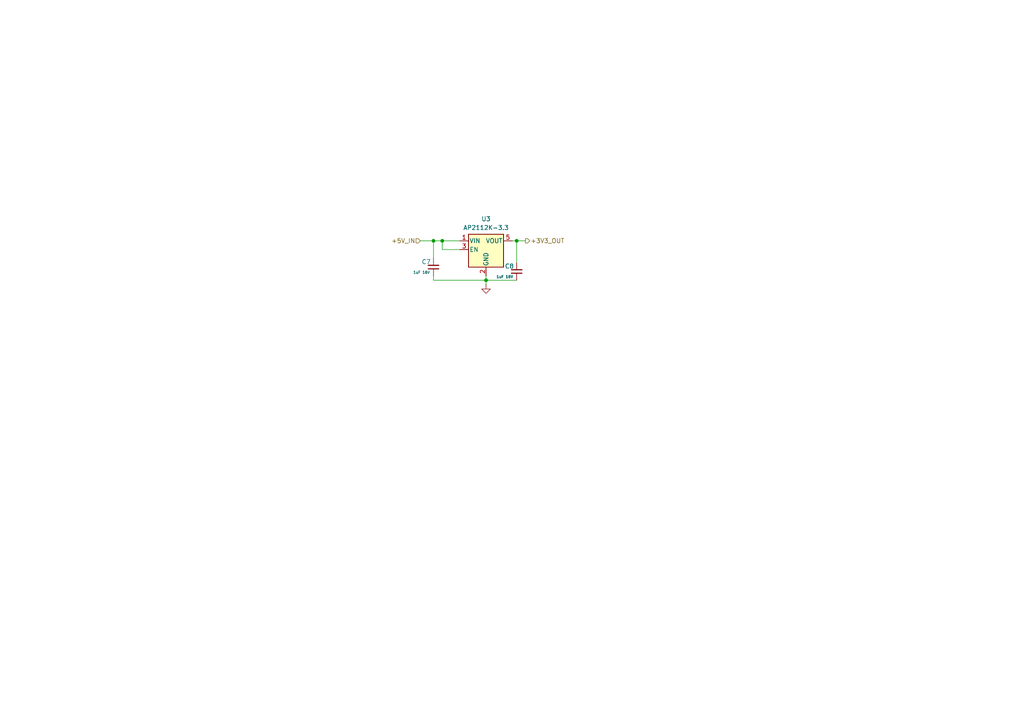
<source format=kicad_sch>
(kicad_sch (version 20250114) (generator "eeschema") (generator_version "9.0")
  (paper "A4")
  (lib_symbols
    (symbol "Device:C_Small" (pin_numbers (hide yes)) (pin_names (offset 0.254) (hide yes))
      (property "Reference" "C" (at 0.254 1.778 0))
      (property "Value" "C_Small" (at 0.254 -2.032 0))
      (symbol "C_Small_0_1"
        (polyline (pts (xy -1.524 0.508) (xy 1.524 0.508)) (stroke (width 0.3048)))
        (polyline (pts (xy -1.524 -0.508) (xy 1.524 -0.508)) (stroke (width 0.3302)))
      )
      (symbol "C_Small_1_1"
        (pin passive line (at 0 2.54 270) (length 2.032) (name "~") (number "1"))
        (pin passive line (at 0 -2.54 90) (length 2.032) (name "~") (number "2"))
      )
    )
    (symbol "Regulator_Linear:AP2112K-3.3" (pin_names (offset 0.254))
      (property "Reference" "U" (at -5.08 5.715 0))
      (property "Value" "AP2112K-3.3" (at 0 5.715 0))
      (symbol "AP2112K-3.3_0_1"
        (rectangle (start -5.08 4.445) (end 5.08 -5.08) (stroke (width 0.254)) (fill (type background)))
      )
      (symbol "AP2112K-3.3_1_1"
        (pin power_in line (at -7.62 2.54 0) (length 2.54) (name "VIN") (number "1"))
        (pin input line (at -7.62 0 0) (length 2.54) (name "EN") (number "3"))
        (pin power_in line (at 0 -7.62 90) (length 2.54) (name "GND") (number "2"))
        (pin no_connect line (at 5.08 0 180) (length 2.54) (hide yes) (name "NC") (number "4"))
        (pin power_out line (at 7.62 2.54 180) (length 2.54) (name "VOUT") (number "5"))
      )
    )
    (symbol "power:GND" (power) (pin_numbers (hide yes)) (pin_names (offset 0) (hide yes))
      (property "Value" "GND" (at 0 -3.81 0))
      (symbol "GND_0_1"
        (polyline (pts (xy 0 0) (xy 0 -1.27) (xy 1.27 -1.27) (xy 0 -2.54) (xy -1.27 -1.27) (xy 0 -1.27)))
      )
      (symbol "GND_1_1"
        (pin power_in line (at 0 0 270) (length 0) (name "~") (number "1"))
      )
    )
  )
  (junction (at 140.97 81.28))
  (junction (at 149.86 69.85))
  (junction (at 125.73 69.85))
  (junction (at 128.27 69.85))
  (wire (pts (xy 133.35 72.39) (xy 128.27 72.39)))
  (wire (pts (xy 148.59 69.85) (xy 149.86 69.85)))
  (wire (pts (xy 128.27 72.39) (xy 128.27 69.85)))
  (wire (pts (xy 125.73 81.28) (xy 140.97 81.28)))
  (wire (pts (xy 140.97 80.01) (xy 140.97 81.28)))
  (wire (pts (xy 140.97 81.28) (xy 140.97 82.55)))
  (wire (pts (xy 140.97 81.28) (xy 149.86 81.28)))
  (wire (pts (xy 121.92 69.85) (xy 125.73 69.85)))
  (wire (pts (xy 125.73 80.01) (xy 125.73 81.28)))
  (wire (pts (xy 149.86 69.85) (xy 149.86 76.2)))
  (wire (pts (xy 125.73 69.85) (xy 125.73 74.93)))
  (wire (pts (xy 128.27 69.85) (xy 133.35 69.85)))
  (wire (pts (xy 149.86 69.85) (xy 152.4 69.85)))
  (wire (pts (xy 125.73 69.85) (xy 128.27 69.85)))
  (hierarchical_label "+3V3_OUT" (shape output) (at 152.4 69.85 0))
  (hierarchical_label "+5V_IN" (shape input) (at 121.92 69.85 180))
  (symbol (lib_id "power:GND") (at 140.97 82.55 0) (unit 1)
    (property "Reference" "#PWR07" (effects (hide yes)))
    (property "Value" "GND" (effects (hide yes)))
    (property "Description" "Power symbol creates a global label with name \"GND\" , ground" (effects (hide yes)))
  )
  (symbol (lib_id "Device:C_Small") (at 149.86 78.74 180) (unit 1)
    (property "Reference" "C8" (at 149.098 77.216 0) (effects (justify left)))
    (property "Value" "1uF 16V" (at 148.844 80.264 0) (effects (font (size 0.762 0.762)) (justify left)))
    (property "Footprint" "Capacitor_SMD:C_0402_1005Metric" (effects (hide yes)))
    (property "Description" "Unpolarized capacitor, small symbol" (effects (hide yes)))
  )
  (symbol (lib_id "Regulator_Linear:AP2112K-3.3") (at 140.97 72.39 0) (unit 1)
    (property "Reference" "U3" (at 140.97 63.5 0))
    (property "Value" "AP2112K-3.3" (at 140.97 66.04 0))
    (property "Footprint" "Package_TO_SOT_SMD:SOT-23-5" (effects (hide yes)))
    (property "Datasheet" "https://www.diodes.com/assets/Datasheets/AP2112.pdf" (effects (hide yes)))
    (property "Description" "600mA low dropout linear regulator, with enable pin, 3.8V-6V input voltage range, 3.3V fixed positive output, SOT-23-5" (effects (hide yes)))
  )
  (symbol (lib_id "Device:C_Small") (at 125.73 77.47 180) (unit 1)
    (property "Reference" "C7" (at 124.968 75.946 0) (effects (justify left)))
    (property "Value" "1uF 16V" (at 124.714 78.994 0) (effects (font (size 0.762 0.762)) (justify left)))
    (property "Footprint" "Capacitor_SMD:C_0402_1005Metric" (effects (hide yes)))
    (property "Description" "Unpolarized capacitor, small symbol" (effects (hide yes)))
  )
)
</source>
